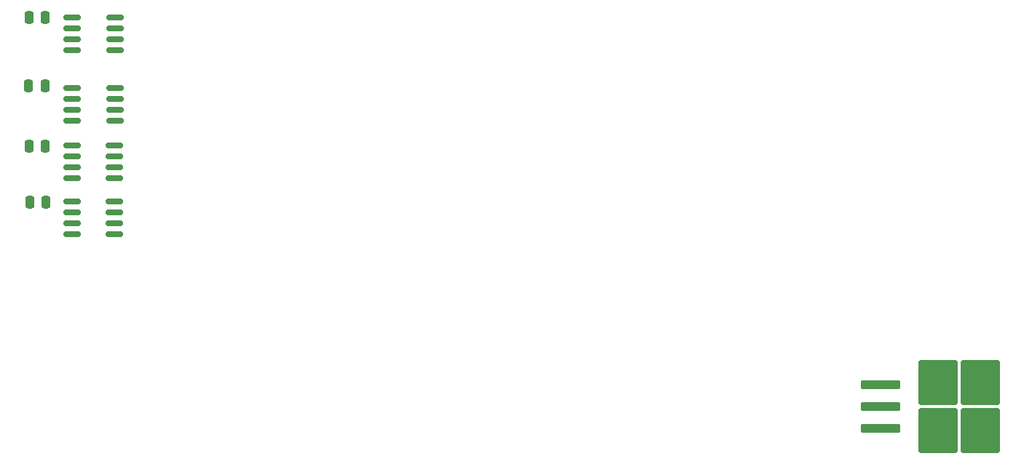
<source format=gbr>
%TF.GenerationSoftware,KiCad,Pcbnew,8.0.6*%
%TF.CreationDate,2024-12-28T02:56:51-05:00*%
%TF.ProjectId,AC_Driver_V2,41435f44-7269-4766-9572-5f56322e6b69,rev?*%
%TF.SameCoordinates,Original*%
%TF.FileFunction,Paste,Bot*%
%TF.FilePolarity,Positive*%
%FSLAX46Y46*%
G04 Gerber Fmt 4.6, Leading zero omitted, Abs format (unit mm)*
G04 Created by KiCad (PCBNEW 8.0.6) date 2024-12-28 02:56:51*
%MOMM*%
%LPD*%
G01*
G04 APERTURE LIST*
G04 Aperture macros list*
%AMRoundRect*
0 Rectangle with rounded corners*
0 $1 Rounding radius*
0 $2 $3 $4 $5 $6 $7 $8 $9 X,Y pos of 4 corners*
0 Add a 4 corners polygon primitive as box body*
4,1,4,$2,$3,$4,$5,$6,$7,$8,$9,$2,$3,0*
0 Add four circle primitives for the rounded corners*
1,1,$1+$1,$2,$3*
1,1,$1+$1,$4,$5*
1,1,$1+$1,$6,$7*
1,1,$1+$1,$8,$9*
0 Add four rect primitives between the rounded corners*
20,1,$1+$1,$2,$3,$4,$5,0*
20,1,$1+$1,$4,$5,$6,$7,0*
20,1,$1+$1,$6,$7,$8,$9,0*
20,1,$1+$1,$8,$9,$2,$3,0*%
G04 Aperture macros list end*
%ADD10RoundRect,0.250000X-2.050000X-0.300000X2.050000X-0.300000X2.050000X0.300000X-2.050000X0.300000X0*%
%ADD11RoundRect,0.250000X-2.025000X-2.375000X2.025000X-2.375000X2.025000X2.375000X-2.025000X2.375000X0*%
%ADD12RoundRect,0.150000X0.825000X0.150000X-0.825000X0.150000X-0.825000X-0.150000X0.825000X-0.150000X0*%
%ADD13RoundRect,0.250000X-0.250000X-0.475000X0.250000X-0.475000X0.250000X0.475000X-0.250000X0.475000X0*%
%ADD14RoundRect,0.250000X0.250000X0.475000X-0.250000X0.475000X-0.250000X-0.475000X0.250000X-0.475000X0*%
G04 APERTURE END LIST*
D10*
%TO.C,U1*%
X137525000Y-94865000D03*
X137525000Y-92325000D03*
D11*
X144250000Y-95100000D03*
X144250000Y-89550000D03*
X149100000Y-95100000D03*
X149100000Y-89550000D03*
D10*
X137525000Y-89785000D03*
%TD*%
D12*
%TO.C,U7*%
X43550000Y-55230000D03*
X43550000Y-56500000D03*
X43550000Y-57770000D03*
X43550000Y-59040000D03*
X48500000Y-59040000D03*
X48500000Y-57770000D03*
X48500000Y-56500000D03*
X48500000Y-55230000D03*
%TD*%
%TO.C,U6*%
X43525000Y-68460000D03*
X43525000Y-69730000D03*
X43525000Y-71000000D03*
X43525000Y-72270000D03*
X48475000Y-72270000D03*
X48475000Y-71000000D03*
X48475000Y-69730000D03*
X48475000Y-68460000D03*
%TD*%
%TO.C,U5*%
X43525000Y-61960000D03*
X43525000Y-63230000D03*
X43525000Y-64500000D03*
X43525000Y-65770000D03*
X48475000Y-65770000D03*
X48475000Y-64500000D03*
X48475000Y-63230000D03*
X48475000Y-61960000D03*
%TD*%
D13*
%TO.C,C37*%
X38525000Y-47000000D03*
X40425000Y-47000000D03*
%TD*%
D14*
%TO.C,C36*%
X40450000Y-62000000D03*
X38550000Y-62000000D03*
%TD*%
%TO.C,C35*%
X40400000Y-55000000D03*
X38500000Y-55000000D03*
%TD*%
%TO.C,C17*%
X40500000Y-68500000D03*
X38600000Y-68500000D03*
%TD*%
D12*
%TO.C,U8*%
X48500000Y-47000000D03*
X48500000Y-48270000D03*
X48500000Y-49540000D03*
X48500000Y-50810000D03*
X43550000Y-50810000D03*
X43550000Y-49540000D03*
X43550000Y-48270000D03*
X43550000Y-47000000D03*
%TD*%
M02*

</source>
